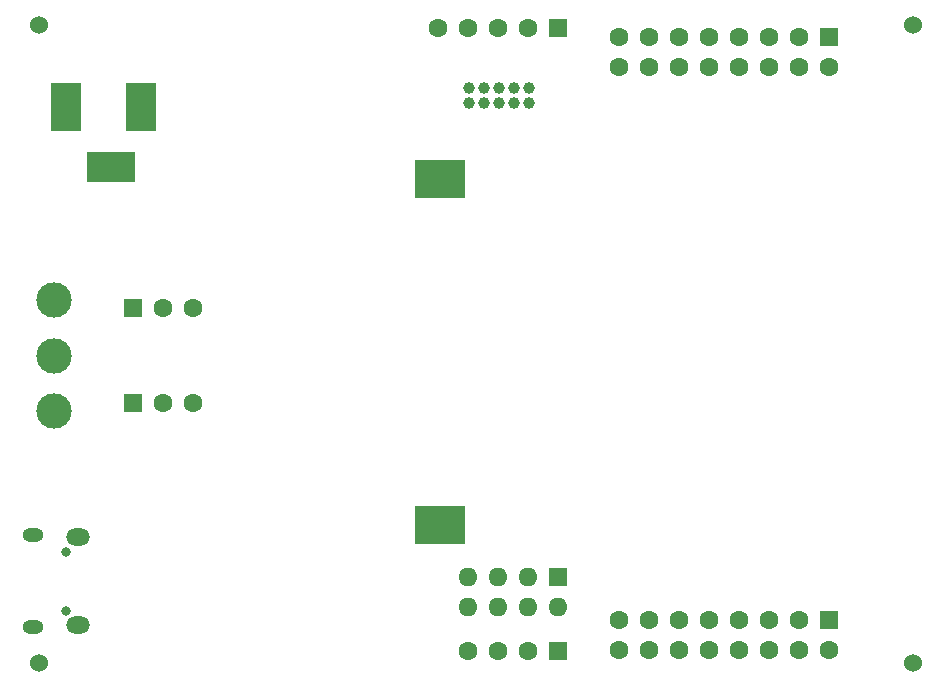
<source format=gbr>
%TF.GenerationSoftware,Altium Limited,Altium Designer,24.9.1 (31)*%
G04 Layer_Color=255*
%FSLAX45Y45*%
%MOMM*%
%TF.SameCoordinates,87F55232-172A-40C5-9850-FF0673041AA3*%
%TF.FilePolarity,Positive*%
%TF.FileFunction,Pads,Bot*%
%TF.Part,Single*%
G01*
G75*
%TA.AperFunction,ViaPad*%
%ADD36C,1.52400*%
%TA.AperFunction,ComponentPad*%
%ADD37R,1.60000X1.60000*%
%ADD38C,1.60000*%
%ADD39C,1.00000*%
%ADD40O,2.00000X1.45000*%
%ADD41O,1.80000X1.15000*%
%ADD42C,0.80000*%
%ADD43R,4.06400X2.54000*%
%ADD44R,2.54000X4.06400*%
%ADD45R,1.61000X1.60000*%
%ADD46O,1.61000X1.60000*%
%ADD47C,3.00000*%
%TA.AperFunction,SMDPad,CuDef*%
%ADD51R,4.20000X3.20000*%
D36*
X7700000Y300000D02*
D03*
Y5700000D02*
D03*
X300000Y300000D02*
D03*
Y5700000D02*
D03*
D37*
X6989000Y5597000D02*
D03*
X4699000Y5676900D02*
D03*
X4700000Y400000D02*
D03*
X1099820Y2500000D02*
D03*
Y3300000D02*
D03*
X6989000Y657000D02*
D03*
D38*
X6735000Y5597000D02*
D03*
X6481000D02*
D03*
X6227000D02*
D03*
X5973000D02*
D03*
X5719000D02*
D03*
X5465000D02*
D03*
X5211000D02*
D03*
Y5343000D02*
D03*
X5465000D02*
D03*
X5719000D02*
D03*
X5973000D02*
D03*
X6227000D02*
D03*
X6481000D02*
D03*
X6735000D02*
D03*
X6989000D02*
D03*
X3683000Y5676900D02*
D03*
X3937000D02*
D03*
X4191000D02*
D03*
X4445000D02*
D03*
X4446000Y400000D02*
D03*
X4192000D02*
D03*
X3938000D02*
D03*
X1607820Y2500000D02*
D03*
X1353820D02*
D03*
X1607820Y3300000D02*
D03*
X1353820D02*
D03*
X6989000Y403000D02*
D03*
X6735000D02*
D03*
X6481000D02*
D03*
X6227000D02*
D03*
X5973000D02*
D03*
X5719000D02*
D03*
X5465000D02*
D03*
X5211000D02*
D03*
Y657000D02*
D03*
X5465000D02*
D03*
X5719000D02*
D03*
X5973000D02*
D03*
X6227000D02*
D03*
X6481000D02*
D03*
X6735000D02*
D03*
D39*
X4454000Y5163500D02*
D03*
X4327000D02*
D03*
X4200000D02*
D03*
X4073000D02*
D03*
X3946000D02*
D03*
X4454000Y5036500D02*
D03*
X4327000D02*
D03*
X4200000D02*
D03*
X4073000D02*
D03*
X3946000D02*
D03*
D40*
X632900Y1363100D02*
D03*
Y618100D02*
D03*
D41*
X252900Y1378100D02*
D03*
Y603100D02*
D03*
D42*
X527900Y1240600D02*
D03*
Y740600D02*
D03*
D43*
X913500Y4496000D02*
D03*
D44*
X532500Y5004000D02*
D03*
X1167500D02*
D03*
D45*
X4701000Y1027000D02*
D03*
D46*
X4447000D02*
D03*
X4193000D02*
D03*
X3939000D02*
D03*
Y773000D02*
D03*
X4193000D02*
D03*
X4447000D02*
D03*
X4701000D02*
D03*
D47*
X431800Y3370000D02*
D03*
Y2430000D02*
D03*
Y2900000D02*
D03*
D51*
X3700780Y4396160D02*
D03*
Y1466160D02*
D03*
%TF.MD5,5bf3dc4b4e2c87d97186c6688eb12705*%
M02*

</source>
